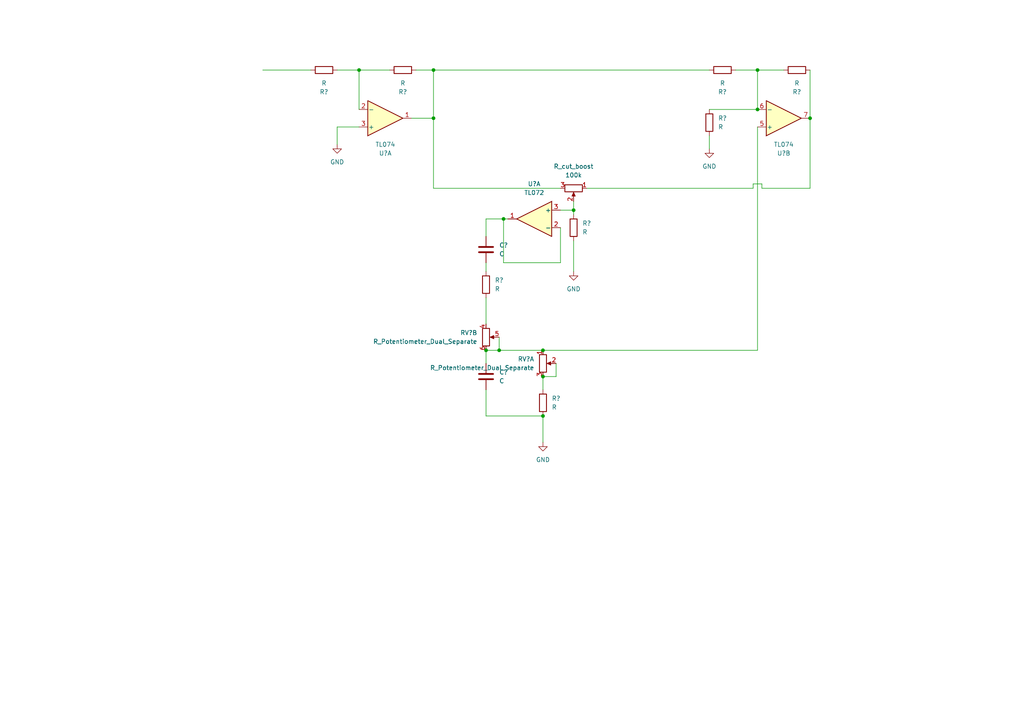
<source format=kicad_sch>
(kicad_sch (version 20211123) (generator eeschema)

  (uuid ccd66cd6-4e2e-41bc-9f91-23f905a1248c)

  (paper "A4")

  (lib_symbols
    (symbol "Amplifier_Operational:TL072" (pin_names (offset 0.127)) (in_bom yes) (on_board yes)
      (property "Reference" "U" (id 0) (at 0 5.08 0)
        (effects (font (size 1.27 1.27)) (justify left))
      )
      (property "Value" "TL072" (id 1) (at 0 -5.08 0)
        (effects (font (size 1.27 1.27)) (justify left))
      )
      (property "Footprint" "" (id 2) (at 0 0 0)
        (effects (font (size 1.27 1.27)) hide)
      )
      (property "Datasheet" "http://www.ti.com/lit/ds/symlink/tl071.pdf" (id 3) (at 0 0 0)
        (effects (font (size 1.27 1.27)) hide)
      )
      (property "ki_locked" "" (id 4) (at 0 0 0)
        (effects (font (size 1.27 1.27)))
      )
      (property "ki_keywords" "dual opamp" (id 5) (at 0 0 0)
        (effects (font (size 1.27 1.27)) hide)
      )
      (property "ki_description" "Dual Low-Noise JFET-Input Operational Amplifiers, DIP-8/SOIC-8" (id 6) (at 0 0 0)
        (effects (font (size 1.27 1.27)) hide)
      )
      (property "ki_fp_filters" "SOIC*3.9x4.9mm*P1.27mm* DIP*W7.62mm* TO*99* OnSemi*Micro8* TSSOP*3x3mm*P0.65mm* TSSOP*4.4x3mm*P0.65mm* MSOP*3x3mm*P0.65mm* SSOP*3.9x4.9mm*P0.635mm* LFCSP*2x2mm*P0.5mm* *SIP* SOIC*5.3x6.2mm*P1.27mm*" (id 7) (at 0 0 0)
        (effects (font (size 1.27 1.27)) hide)
      )
      (symbol "TL072_1_1"
        (polyline
          (pts
            (xy -5.08 5.08)
            (xy 5.08 0)
            (xy -5.08 -5.08)
            (xy -5.08 5.08)
          )
          (stroke (width 0.254) (type default) (color 0 0 0 0))
          (fill (type background))
        )
        (pin output line (at 7.62 0 180) (length 2.54)
          (name "~" (effects (font (size 1.27 1.27))))
          (number "1" (effects (font (size 1.27 1.27))))
        )
        (pin input line (at -7.62 -2.54 0) (length 2.54)
          (name "-" (effects (font (size 1.27 1.27))))
          (number "2" (effects (font (size 1.27 1.27))))
        )
        (pin input line (at -7.62 2.54 0) (length 2.54)
          (name "+" (effects (font (size 1.27 1.27))))
          (number "3" (effects (font (size 1.27 1.27))))
        )
      )
      (symbol "TL072_2_1"
        (polyline
          (pts
            (xy -5.08 5.08)
            (xy 5.08 0)
            (xy -5.08 -5.08)
            (xy -5.08 5.08)
          )
          (stroke (width 0.254) (type default) (color 0 0 0 0))
          (fill (type background))
        )
        (pin input line (at -7.62 2.54 0) (length 2.54)
          (name "+" (effects (font (size 1.27 1.27))))
          (number "5" (effects (font (size 1.27 1.27))))
        )
        (pin input line (at -7.62 -2.54 0) (length 2.54)
          (name "-" (effects (font (size 1.27 1.27))))
          (number "6" (effects (font (size 1.27 1.27))))
        )
        (pin output line (at 7.62 0 180) (length 2.54)
          (name "~" (effects (font (size 1.27 1.27))))
          (number "7" (effects (font (size 1.27 1.27))))
        )
      )
      (symbol "TL072_3_1"
        (pin power_in line (at -2.54 -7.62 90) (length 3.81)
          (name "V-" (effects (font (size 1.27 1.27))))
          (number "4" (effects (font (size 1.27 1.27))))
        )
        (pin power_in line (at -2.54 7.62 270) (length 3.81)
          (name "V+" (effects (font (size 1.27 1.27))))
          (number "8" (effects (font (size 1.27 1.27))))
        )
      )
    )
    (symbol "Amplifier_Operational:TL074" (pin_names (offset 0.127)) (in_bom yes) (on_board yes)
      (property "Reference" "U" (id 0) (at 0 5.08 0)
        (effects (font (size 1.27 1.27)) (justify left))
      )
      (property "Value" "TL074" (id 1) (at 0 -5.08 0)
        (effects (font (size 1.27 1.27)) (justify left))
      )
      (property "Footprint" "" (id 2) (at -1.27 2.54 0)
        (effects (font (size 1.27 1.27)) hide)
      )
      (property "Datasheet" "http://www.ti.com/lit/ds/symlink/tl071.pdf" (id 3) (at 1.27 5.08 0)
        (effects (font (size 1.27 1.27)) hide)
      )
      (property "ki_locked" "" (id 4) (at 0 0 0)
        (effects (font (size 1.27 1.27)))
      )
      (property "ki_keywords" "quad opamp" (id 5) (at 0 0 0)
        (effects (font (size 1.27 1.27)) hide)
      )
      (property "ki_description" "Quad Low-Noise JFET-Input Operational Amplifiers, DIP-14/SOIC-14" (id 6) (at 0 0 0)
        (effects (font (size 1.27 1.27)) hide)
      )
      (property "ki_fp_filters" "SOIC*3.9x8.7mm*P1.27mm* DIP*W7.62mm* TSSOP*4.4x5mm*P0.65mm* SSOP*5.3x6.2mm*P0.65mm* MSOP*3x3mm*P0.5mm*" (id 7) (at 0 0 0)
        (effects (font (size 1.27 1.27)) hide)
      )
      (symbol "TL074_1_1"
        (polyline
          (pts
            (xy -5.08 5.08)
            (xy 5.08 0)
            (xy -5.08 -5.08)
            (xy -5.08 5.08)
          )
          (stroke (width 0.254) (type default) (color 0 0 0 0))
          (fill (type background))
        )
        (pin output line (at 7.62 0 180) (length 2.54)
          (name "~" (effects (font (size 1.27 1.27))))
          (number "1" (effects (font (size 1.27 1.27))))
        )
        (pin input line (at -7.62 -2.54 0) (length 2.54)
          (name "-" (effects (font (size 1.27 1.27))))
          (number "2" (effects (font (size 1.27 1.27))))
        )
        (pin input line (at -7.62 2.54 0) (length 2.54)
          (name "+" (effects (font (size 1.27 1.27))))
          (number "3" (effects (font (size 1.27 1.27))))
        )
      )
      (symbol "TL074_2_1"
        (polyline
          (pts
            (xy -5.08 5.08)
            (xy 5.08 0)
            (xy -5.08 -5.08)
            (xy -5.08 5.08)
          )
          (stroke (width 0.254) (type default) (color 0 0 0 0))
          (fill (type background))
        )
        (pin input line (at -7.62 2.54 0) (length 2.54)
          (name "+" (effects (font (size 1.27 1.27))))
          (number "5" (effects (font (size 1.27 1.27))))
        )
        (pin input line (at -7.62 -2.54 0) (length 2.54)
          (name "-" (effects (font (size 1.27 1.27))))
          (number "6" (effects (font (size 1.27 1.27))))
        )
        (pin output line (at 7.62 0 180) (length 2.54)
          (name "~" (effects (font (size 1.27 1.27))))
          (number "7" (effects (font (size 1.27 1.27))))
        )
      )
      (symbol "TL074_3_1"
        (polyline
          (pts
            (xy -5.08 5.08)
            (xy 5.08 0)
            (xy -5.08 -5.08)
            (xy -5.08 5.08)
          )
          (stroke (width 0.254) (type default) (color 0 0 0 0))
          (fill (type background))
        )
        (pin input line (at -7.62 2.54 0) (length 2.54)
          (name "+" (effects (font (size 1.27 1.27))))
          (number "10" (effects (font (size 1.27 1.27))))
        )
        (pin output line (at 7.62 0 180) (length 2.54)
          (name "~" (effects (font (size 1.27 1.27))))
          (number "8" (effects (font (size 1.27 1.27))))
        )
        (pin input line (at -7.62 -2.54 0) (length 2.54)
          (name "-" (effects (font (size 1.27 1.27))))
          (number "9" (effects (font (size 1.27 1.27))))
        )
      )
      (symbol "TL074_4_1"
        (polyline
          (pts
            (xy -5.08 5.08)
            (xy 5.08 0)
            (xy -5.08 -5.08)
            (xy -5.08 5.08)
          )
          (stroke (width 0.254) (type default) (color 0 0 0 0))
          (fill (type background))
        )
        (pin input line (at -7.62 2.54 0) (length 2.54)
          (name "+" (effects (font (size 1.27 1.27))))
          (number "12" (effects (font (size 1.27 1.27))))
        )
        (pin input line (at -7.62 -2.54 0) (length 2.54)
          (name "-" (effects (font (size 1.27 1.27))))
          (number "13" (effects (font (size 1.27 1.27))))
        )
        (pin output line (at 7.62 0 180) (length 2.54)
          (name "~" (effects (font (size 1.27 1.27))))
          (number "14" (effects (font (size 1.27 1.27))))
        )
      )
      (symbol "TL074_5_1"
        (pin power_in line (at -2.54 -7.62 90) (length 3.81)
          (name "V-" (effects (font (size 1.27 1.27))))
          (number "11" (effects (font (size 1.27 1.27))))
        )
        (pin power_in line (at -2.54 7.62 270) (length 3.81)
          (name "V+" (effects (font (size 1.27 1.27))))
          (number "4" (effects (font (size 1.27 1.27))))
        )
      )
    )
    (symbol "Device:C" (pin_numbers hide) (pin_names (offset 0.254)) (in_bom yes) (on_board yes)
      (property "Reference" "C" (id 0) (at 0.635 2.54 0)
        (effects (font (size 1.27 1.27)) (justify left))
      )
      (property "Value" "C" (id 1) (at 0.635 -2.54 0)
        (effects (font (size 1.27 1.27)) (justify left))
      )
      (property "Footprint" "" (id 2) (at 0.9652 -3.81 0)
        (effects (font (size 1.27 1.27)) hide)
      )
      (property "Datasheet" "~" (id 3) (at 0 0 0)
        (effects (font (size 1.27 1.27)) hide)
      )
      (property "ki_keywords" "cap capacitor" (id 4) (at 0 0 0)
        (effects (font (size 1.27 1.27)) hide)
      )
      (property "ki_description" "Unpolarized capacitor" (id 5) (at 0 0 0)
        (effects (font (size 1.27 1.27)) hide)
      )
      (property "ki_fp_filters" "C_*" (id 6) (at 0 0 0)
        (effects (font (size 1.27 1.27)) hide)
      )
      (symbol "C_0_1"
        (polyline
          (pts
            (xy -2.032 -0.762)
            (xy 2.032 -0.762)
          )
          (stroke (width 0.508) (type default) (color 0 0 0 0))
          (fill (type none))
        )
        (polyline
          (pts
            (xy -2.032 0.762)
            (xy 2.032 0.762)
          )
          (stroke (width 0.508) (type default) (color 0 0 0 0))
          (fill (type none))
        )
      )
      (symbol "C_1_1"
        (pin passive line (at 0 3.81 270) (length 2.794)
          (name "~" (effects (font (size 1.27 1.27))))
          (number "1" (effects (font (size 1.27 1.27))))
        )
        (pin passive line (at 0 -3.81 90) (length 2.794)
          (name "~" (effects (font (size 1.27 1.27))))
          (number "2" (effects (font (size 1.27 1.27))))
        )
      )
    )
    (symbol "Device:R" (pin_numbers hide) (pin_names (offset 0)) (in_bom yes) (on_board yes)
      (property "Reference" "R" (id 0) (at 2.032 0 90)
        (effects (font (size 1.27 1.27)))
      )
      (property "Value" "R" (id 1) (at 0 0 90)
        (effects (font (size 1.27 1.27)))
      )
      (property "Footprint" "" (id 2) (at -1.778 0 90)
        (effects (font (size 1.27 1.27)) hide)
      )
      (property "Datasheet" "~" (id 3) (at 0 0 0)
        (effects (font (size 1.27 1.27)) hide)
      )
      (property "ki_keywords" "R res resistor" (id 4) (at 0 0 0)
        (effects (font (size 1.27 1.27)) hide)
      )
      (property "ki_description" "Resistor" (id 5) (at 0 0 0)
        (effects (font (size 1.27 1.27)) hide)
      )
      (property "ki_fp_filters" "R_*" (id 6) (at 0 0 0)
        (effects (font (size 1.27 1.27)) hide)
      )
      (symbol "R_0_1"
        (rectangle (start -1.016 -2.54) (end 1.016 2.54)
          (stroke (width 0.254) (type default) (color 0 0 0 0))
          (fill (type none))
        )
      )
      (symbol "R_1_1"
        (pin passive line (at 0 3.81 270) (length 1.27)
          (name "~" (effects (font (size 1.27 1.27))))
          (number "1" (effects (font (size 1.27 1.27))))
        )
        (pin passive line (at 0 -3.81 90) (length 1.27)
          (name "~" (effects (font (size 1.27 1.27))))
          (number "2" (effects (font (size 1.27 1.27))))
        )
      )
    )
    (symbol "Device:R_Potentiometer" (pin_names (offset 1.016) hide) (in_bom yes) (on_board yes)
      (property "Reference" "RV" (id 0) (at -4.445 0 90)
        (effects (font (size 1.27 1.27)))
      )
      (property "Value" "R_Potentiometer" (id 1) (at -2.54 0 90)
        (effects (font (size 1.27 1.27)))
      )
      (property "Footprint" "" (id 2) (at 0 0 0)
        (effects (font (size 1.27 1.27)) hide)
      )
      (property "Datasheet" "~" (id 3) (at 0 0 0)
        (effects (font (size 1.27 1.27)) hide)
      )
      (property "ki_keywords" "resistor variable" (id 4) (at 0 0 0)
        (effects (font (size 1.27 1.27)) hide)
      )
      (property "ki_description" "Potentiometer" (id 5) (at 0 0 0)
        (effects (font (size 1.27 1.27)) hide)
      )
      (property "ki_fp_filters" "Potentiometer*" (id 6) (at 0 0 0)
        (effects (font (size 1.27 1.27)) hide)
      )
      (symbol "R_Potentiometer_0_1"
        (polyline
          (pts
            (xy 2.54 0)
            (xy 1.524 0)
          )
          (stroke (width 0) (type default) (color 0 0 0 0))
          (fill (type none))
        )
        (polyline
          (pts
            (xy 1.143 0)
            (xy 2.286 0.508)
            (xy 2.286 -0.508)
            (xy 1.143 0)
          )
          (stroke (width 0) (type default) (color 0 0 0 0))
          (fill (type outline))
        )
        (rectangle (start 1.016 2.54) (end -1.016 -2.54)
          (stroke (width 0.254) (type default) (color 0 0 0 0))
          (fill (type none))
        )
      )
      (symbol "R_Potentiometer_1_1"
        (pin passive line (at 0 3.81 270) (length 1.27)
          (name "1" (effects (font (size 1.27 1.27))))
          (number "1" (effects (font (size 1.27 1.27))))
        )
        (pin passive line (at 3.81 0 180) (length 1.27)
          (name "2" (effects (font (size 1.27 1.27))))
          (number "2" (effects (font (size 1.27 1.27))))
        )
        (pin passive line (at 0 -3.81 90) (length 1.27)
          (name "3" (effects (font (size 1.27 1.27))))
          (number "3" (effects (font (size 1.27 1.27))))
        )
      )
    )
    (symbol "Device:R_Potentiometer_Dual_Separate" (pin_names (offset 1.016) hide) (in_bom yes) (on_board yes)
      (property "Reference" "RV" (id 0) (at -4.445 0 90)
        (effects (font (size 1.27 1.27)))
      )
      (property "Value" "R_Potentiometer_Dual_Separate" (id 1) (at -2.54 0 90)
        (effects (font (size 1.27 1.27)))
      )
      (property "Footprint" "" (id 2) (at 0 0 0)
        (effects (font (size 1.27 1.27)) hide)
      )
      (property "Datasheet" "~" (id 3) (at 0 0 0)
        (effects (font (size 1.27 1.27)) hide)
      )
      (property "ki_keywords" "resistor variable" (id 4) (at 0 0 0)
        (effects (font (size 1.27 1.27)) hide)
      )
      (property "ki_description" "Dual potentiometer, separate units" (id 5) (at 0 0 0)
        (effects (font (size 1.27 1.27)) hide)
      )
      (property "ki_fp_filters" "Potentiometer*" (id 6) (at 0 0 0)
        (effects (font (size 1.27 1.27)) hide)
      )
      (symbol "R_Potentiometer_Dual_Separate_0_1"
        (polyline
          (pts
            (xy 2.54 0)
            (xy 1.524 0)
          )
          (stroke (width 0) (type default) (color 0 0 0 0))
          (fill (type none))
        )
        (polyline
          (pts
            (xy 1.143 0)
            (xy 2.286 0.508)
            (xy 2.286 -0.508)
            (xy 1.143 0)
          )
          (stroke (width 0) (type default) (color 0 0 0 0))
          (fill (type outline))
        )
        (rectangle (start 1.016 2.54) (end -1.016 -2.54)
          (stroke (width 0.254) (type default) (color 0 0 0 0))
          (fill (type none))
        )
      )
      (symbol "R_Potentiometer_Dual_Separate_1_1"
        (pin passive line (at 0 3.81 270) (length 1.27)
          (name "1" (effects (font (size 1.27 1.27))))
          (number "1" (effects (font (size 1.27 1.27))))
        )
        (pin passive line (at 3.81 0 180) (length 1.27)
          (name "2" (effects (font (size 1.27 1.27))))
          (number "2" (effects (font (size 1.27 1.27))))
        )
        (pin passive line (at 0 -3.81 90) (length 1.27)
          (name "3" (effects (font (size 1.27 1.27))))
          (number "3" (effects (font (size 1.27 1.27))))
        )
      )
      (symbol "R_Potentiometer_Dual_Separate_2_1"
        (pin passive line (at 0 3.81 270) (length 1.27)
          (name "4" (effects (font (size 1.27 1.27))))
          (number "4" (effects (font (size 1.27 1.27))))
        )
        (pin passive line (at 3.81 0 180) (length 1.27)
          (name "5" (effects (font (size 1.27 1.27))))
          (number "5" (effects (font (size 1.27 1.27))))
        )
        (pin passive line (at 0 -3.81 90) (length 1.27)
          (name "6" (effects (font (size 1.27 1.27))))
          (number "6" (effects (font (size 1.27 1.27))))
        )
      )
    )
    (symbol "power:GND" (power) (pin_names (offset 0)) (in_bom yes) (on_board yes)
      (property "Reference" "#PWR" (id 0) (at 0 -6.35 0)
        (effects (font (size 1.27 1.27)) hide)
      )
      (property "Value" "GND" (id 1) (at 0 -3.81 0)
        (effects (font (size 1.27 1.27)))
      )
      (property "Footprint" "" (id 2) (at 0 0 0)
        (effects (font (size 1.27 1.27)) hide)
      )
      (property "Datasheet" "" (id 3) (at 0 0 0)
        (effects (font (size 1.27 1.27)) hide)
      )
      (property "ki_keywords" "power-flag" (id 4) (at 0 0 0)
        (effects (font (size 1.27 1.27)) hide)
      )
      (property "ki_description" "Power symbol creates a global label with name \"GND\" , ground" (id 5) (at 0 0 0)
        (effects (font (size 1.27 1.27)) hide)
      )
      (symbol "GND_0_1"
        (polyline
          (pts
            (xy 0 0)
            (xy 0 -1.27)
            (xy 1.27 -1.27)
            (xy 0 -2.54)
            (xy -1.27 -1.27)
            (xy 0 -1.27)
          )
          (stroke (width 0) (type default) (color 0 0 0 0))
          (fill (type none))
        )
      )
      (symbol "GND_1_1"
        (pin power_in line (at 0 0 270) (length 0) hide
          (name "GND" (effects (font (size 1.27 1.27))))
          (number "1" (effects (font (size 1.27 1.27))))
        )
      )
    )
  )

  (junction (at 146.05 63.5) (diameter 0) (color 0 0 0 0)
    (uuid 19dca905-d4d8-4df9-8b54-5f8905b57cb6)
  )
  (junction (at 234.95 34.29) (diameter 0) (color 0 0 0 0)
    (uuid 20a5683c-b91d-43a7-8178-7c6ec0dd4c45)
  )
  (junction (at 157.48 109.22) (diameter 0) (color 0 0 0 0)
    (uuid 39b5792f-85fd-48d9-beb9-209ecd47d87e)
  )
  (junction (at 125.73 34.29) (diameter 0) (color 0 0 0 0)
    (uuid 4377845a-ed40-4262-b2b5-0de152f8e396)
  )
  (junction (at 219.71 31.75) (diameter 0) (color 0 0 0 0)
    (uuid 63e59b5b-8ed4-48a0-a387-231e69d23b8f)
  )
  (junction (at 219.71 20.32) (diameter 0) (color 0 0 0 0)
    (uuid 6c710473-baff-4708-bbe6-d20847686c04)
  )
  (junction (at 125.73 20.32) (diameter 0) (color 0 0 0 0)
    (uuid 787e227b-80c6-4517-865e-a490072e5b42)
  )
  (junction (at 157.48 120.65) (diameter 0) (color 0 0 0 0)
    (uuid a2ff562e-476d-4c46-a5e2-d186431ee504)
  )
  (junction (at 104.14 20.32) (diameter 0) (color 0 0 0 0)
    (uuid ab98d63e-cd2f-4b2a-acc8-1c5c0bb032f0)
  )
  (junction (at 166.37 60.96) (diameter 0) (color 0 0 0 0)
    (uuid b35f93f5-2802-42df-b8b7-3bb35341035b)
  )
  (junction (at 140.97 101.6) (diameter 0) (color 0 0 0 0)
    (uuid bdd82def-4a03-4bfc-9005-b91de971b2da)
  )
  (junction (at 144.78 101.6) (diameter 0) (color 0 0 0 0)
    (uuid e238da6d-c6a7-4004-bac9-89c62ebd943f)
  )
  (junction (at 157.48 101.6) (diameter 0) (color 0 0 0 0)
    (uuid e26e2a30-6f9f-4d82-9522-160d8174d4b5)
  )

  (wire (pts (xy 234.95 34.29) (xy 234.95 20.32))
    (stroke (width 0) (type default) (color 0 0 0 0))
    (uuid 0c9e6ee2-bf9f-4034-99f2-6b9e2d5f1ded)
  )
  (wire (pts (xy 205.74 31.75) (xy 219.71 31.75))
    (stroke (width 0) (type default) (color 0 0 0 0))
    (uuid 0fc476a9-e739-4596-8e3c-08f4fbb58949)
  )
  (wire (pts (xy 144.78 97.79) (xy 144.78 101.6))
    (stroke (width 0) (type default) (color 0 0 0 0))
    (uuid 126930bc-6820-43a9-93c3-6d98260d9712)
  )
  (wire (pts (xy 104.14 20.32) (xy 113.03 20.32))
    (stroke (width 0) (type default) (color 0 0 0 0))
    (uuid 12b26587-e9a2-4920-809b-f0d5cd8e74b5)
  )
  (wire (pts (xy 162.56 66.04) (xy 162.56 76.2))
    (stroke (width 0) (type default) (color 0 0 0 0))
    (uuid 15ed6c24-c86b-41d0-85d8-b57760561b7b)
  )
  (wire (pts (xy 213.36 20.32) (xy 219.71 20.32))
    (stroke (width 0) (type default) (color 0 0 0 0))
    (uuid 1627d027-9f33-4853-8db8-8609c6e68647)
  )
  (wire (pts (xy 140.97 63.5) (xy 146.05 63.5))
    (stroke (width 0) (type default) (color 0 0 0 0))
    (uuid 1e17fb21-a5d7-47fc-ae07-ea435875f70f)
  )
  (wire (pts (xy 146.05 63.5) (xy 146.05 76.2))
    (stroke (width 0) (type default) (color 0 0 0 0))
    (uuid 27c6542f-9691-4363-8530-ecb9332a0e6c)
  )
  (wire (pts (xy 97.79 41.91) (xy 97.79 36.83))
    (stroke (width 0) (type default) (color 0 0 0 0))
    (uuid 27f919ca-8c04-45b4-bb45-68c323aa1ec3)
  )
  (wire (pts (xy 125.73 54.61) (xy 125.73 34.29))
    (stroke (width 0) (type default) (color 0 0 0 0))
    (uuid 2ac7b5fc-054f-418b-97bf-47e5b8fd87d3)
  )
  (wire (pts (xy 125.73 20.32) (xy 120.65 20.32))
    (stroke (width 0) (type default) (color 0 0 0 0))
    (uuid 2cfee27c-87cc-4548-bb54-de5a50623d86)
  )
  (wire (pts (xy 162.56 60.96) (xy 166.37 60.96))
    (stroke (width 0) (type default) (color 0 0 0 0))
    (uuid 2e0d0059-7d8a-45e8-80da-849a5896a4a6)
  )
  (wire (pts (xy 140.97 101.6) (xy 144.78 101.6))
    (stroke (width 0) (type default) (color 0 0 0 0))
    (uuid 3a95d7a2-b2c5-4db3-bdf2-861533da5acf)
  )
  (wire (pts (xy 146.05 63.5) (xy 147.32 63.5))
    (stroke (width 0) (type default) (color 0 0 0 0))
    (uuid 41d8b205-f87f-4076-bd5b-06fab1a3f1f4)
  )
  (wire (pts (xy 97.79 20.32) (xy 104.14 20.32))
    (stroke (width 0) (type default) (color 0 0 0 0))
    (uuid 48bbbddc-7588-49d3-b3df-89c3d7dc1bd9)
  )
  (wire (pts (xy 219.71 36.83) (xy 219.71 101.6))
    (stroke (width 0) (type default) (color 0 0 0 0))
    (uuid 4c09c8a3-02f7-4924-b96c-c09de97debb6)
  )
  (wire (pts (xy 161.29 105.41) (xy 161.29 109.22))
    (stroke (width 0) (type default) (color 0 0 0 0))
    (uuid 4d876bc2-333c-4a27-8e4f-9b2d739fe81d)
  )
  (wire (pts (xy 166.37 60.96) (xy 166.37 62.23))
    (stroke (width 0) (type default) (color 0 0 0 0))
    (uuid 5d77ec86-e8f8-46d5-82d0-ed7223a38acd)
  )
  (wire (pts (xy 234.95 34.29) (xy 234.95 54.61))
    (stroke (width 0) (type default) (color 0 0 0 0))
    (uuid 6c69f108-770a-45e6-9798-0f94a8648bb1)
  )
  (wire (pts (xy 144.78 101.6) (xy 157.48 101.6))
    (stroke (width 0) (type default) (color 0 0 0 0))
    (uuid 6daa4bd2-fc28-46e0-a06d-5c5d03d282ae)
  )
  (wire (pts (xy 220.98 54.61) (xy 234.95 54.61))
    (stroke (width 0) (type default) (color 0 0 0 0))
    (uuid 6e0cf7de-0283-4360-9830-8051d283636b)
  )
  (wire (pts (xy 146.05 76.2) (xy 162.56 76.2))
    (stroke (width 0) (type default) (color 0 0 0 0))
    (uuid 762616fb-a179-473d-996c-1fcb6d090f2d)
  )
  (wire (pts (xy 104.14 31.75) (xy 104.14 20.32))
    (stroke (width 0) (type default) (color 0 0 0 0))
    (uuid 7660c302-1b7d-4429-b883-ecc04ee18c02)
  )
  (wire (pts (xy 140.97 76.2) (xy 140.97 78.74))
    (stroke (width 0) (type default) (color 0 0 0 0))
    (uuid 7a5ed92d-d444-40d4-b74e-b30dc942655b)
  )
  (wire (pts (xy 166.37 69.85) (xy 166.37 78.74))
    (stroke (width 0) (type default) (color 0 0 0 0))
    (uuid 7a90d6c3-31fb-483f-9f70-7c908fba0c03)
  )
  (wire (pts (xy 140.97 86.36) (xy 140.97 93.98))
    (stroke (width 0) (type default) (color 0 0 0 0))
    (uuid 7ac2ebce-9f93-4580-8721-692c8904df1c)
  )
  (wire (pts (xy 205.74 39.37) (xy 205.74 43.18))
    (stroke (width 0) (type default) (color 0 0 0 0))
    (uuid 7fa282e7-5ba2-4e62-9b80-ca35ca758b73)
  )
  (wire (pts (xy 170.18 54.61) (xy 218.44 54.61))
    (stroke (width 0) (type default) (color 0 0 0 0))
    (uuid 80e94f71-e7c0-4760-8478-131dccfd26ac)
  )
  (wire (pts (xy 157.48 109.22) (xy 161.29 109.22))
    (stroke (width 0) (type default) (color 0 0 0 0))
    (uuid 85c53b0b-1abd-49f5-ac57-c6731593aa50)
  )
  (wire (pts (xy 76.2 20.32) (xy 90.17 20.32))
    (stroke (width 0) (type default) (color 0 0 0 0))
    (uuid 85f6eb6a-d42e-4fa2-85ad-cbfd4ff0685d)
  )
  (wire (pts (xy 140.97 68.58) (xy 140.97 63.5))
    (stroke (width 0) (type default) (color 0 0 0 0))
    (uuid 988a220b-56d6-4666-a918-41a623077f41)
  )
  (wire (pts (xy 218.44 54.61) (xy 218.44 53.34))
    (stroke (width 0) (type default) (color 0 0 0 0))
    (uuid 9cf0ea57-d9d8-44db-8e65-272948ebfc5d)
  )
  (wire (pts (xy 97.79 36.83) (xy 104.14 36.83))
    (stroke (width 0) (type default) (color 0 0 0 0))
    (uuid a0099297-cef1-476e-94aa-41e5c85e5394)
  )
  (wire (pts (xy 162.56 54.61) (xy 125.73 54.61))
    (stroke (width 0) (type default) (color 0 0 0 0))
    (uuid a0d581ff-4d26-4241-bb17-35dc05266ff6)
  )
  (wire (pts (xy 166.37 58.42) (xy 166.37 60.96))
    (stroke (width 0) (type default) (color 0 0 0 0))
    (uuid ad6a57a7-be41-4caf-af8e-cc9cad2aa956)
  )
  (wire (pts (xy 140.97 101.6) (xy 140.97 105.41))
    (stroke (width 0) (type default) (color 0 0 0 0))
    (uuid b15bcb40-4b45-452a-8ab1-0cebb4a7374b)
  )
  (wire (pts (xy 157.48 101.6) (xy 219.71 101.6))
    (stroke (width 0) (type default) (color 0 0 0 0))
    (uuid b61c8b04-3442-47fd-a4eb-cbbc91097bf2)
  )
  (wire (pts (xy 140.97 113.03) (xy 140.97 120.65))
    (stroke (width 0) (type default) (color 0 0 0 0))
    (uuid bec83ba0-bad7-4ad0-8ae4-4c23a91f9f69)
  )
  (wire (pts (xy 140.97 120.65) (xy 157.48 120.65))
    (stroke (width 0) (type default) (color 0 0 0 0))
    (uuid bf7f01d4-cbaa-47e1-a19e-919f805fe069)
  )
  (wire (pts (xy 119.38 34.29) (xy 125.73 34.29))
    (stroke (width 0) (type default) (color 0 0 0 0))
    (uuid c1aa5f2b-37f4-487f-a122-b1371dd3c0b1)
  )
  (wire (pts (xy 219.71 20.32) (xy 227.33 20.32))
    (stroke (width 0) (type default) (color 0 0 0 0))
    (uuid c7a4f42b-58bf-4959-bfa1-f65376d9f598)
  )
  (wire (pts (xy 219.71 31.75) (xy 219.71 20.32))
    (stroke (width 0) (type default) (color 0 0 0 0))
    (uuid d08f2e0a-98d1-4ef6-85a4-22ba298f1c06)
  )
  (wire (pts (xy 157.48 120.65) (xy 157.48 128.27))
    (stroke (width 0) (type default) (color 0 0 0 0))
    (uuid d4cf4e00-2980-4178-8046-13e0391e54e0)
  )
  (wire (pts (xy 157.48 109.22) (xy 157.48 113.03))
    (stroke (width 0) (type default) (color 0 0 0 0))
    (uuid e3ec2abd-af32-4069-bf74-6f5ad5f9d867)
  )
  (wire (pts (xy 125.73 20.32) (xy 125.73 34.29))
    (stroke (width 0) (type default) (color 0 0 0 0))
    (uuid e4abde19-4819-4cbb-9b03-08364beae079)
  )
  (wire (pts (xy 220.98 53.34) (xy 220.98 54.61))
    (stroke (width 0) (type default) (color 0 0 0 0))
    (uuid e5910b17-79eb-441e-8c83-0fadb228d6b5)
  )
  (wire (pts (xy 125.73 20.32) (xy 205.74 20.32))
    (stroke (width 0) (type default) (color 0 0 0 0))
    (uuid f6e567fa-ddca-4131-81e3-a059dcfda4d5)
  )
  (wire (pts (xy 218.44 53.34) (xy 220.98 53.34))
    (stroke (width 0) (type default) (color 0 0 0 0))
    (uuid fa6711f5-0c93-40df-8a55-b58f2842d962)
  )

  (symbol (lib_id "Amplifier_Operational:TL074") (at 227.33 34.29 0) (mirror x) (unit 2)
    (in_bom yes) (on_board yes) (fields_autoplaced)
    (uuid 07ce70f9-96e5-41f3-b850-521752162597)
    (property "Reference" "U?" (id 0) (at 227.33 44.45 0))
    (property "Value" "TL074" (id 1) (at 227.33 41.91 0))
    (property "Footprint" "" (id 2) (at 226.06 36.83 0)
      (effects (font (size 1.27 1.27)) hide)
    )
    (property "Datasheet" "http://www.ti.com/lit/ds/symlink/tl071.pdf" (id 3) (at 228.6 39.37 0)
      (effects (font (size 1.27 1.27)) hide)
    )
    (pin "1" (uuid 5c3e6899-9b84-4373-aa7a-83d3c6f5f155))
    (pin "2" (uuid 5f10070c-1f22-4cde-8c71-05ffcb0e527b))
    (pin "3" (uuid 06bcb394-54f2-4229-a480-32d24338e923))
    (pin "5" (uuid 3da735e1-978b-4af1-8062-507ba47bb3e1))
    (pin "6" (uuid f9dc0c3b-3a2a-46cb-b95c-bda376281f10))
    (pin "7" (uuid 1a0d3b47-3806-4f54-ad24-32a2539aba50))
    (pin "10" (uuid 81a64714-4fe3-4edf-89b7-b1a1ca7506e1))
    (pin "8" (uuid 34ea4275-2b20-46d6-8037-db2f1b1a972e))
    (pin "9" (uuid 22983590-485a-4496-957f-74b26eff0df5))
    (pin "12" (uuid 05b3802d-9e4d-4971-a754-618797670bf6))
    (pin "13" (uuid 3d4b3fb3-1926-4268-8d24-883ac77dea89))
    (pin "14" (uuid 5c73189c-dee6-4bb0-a85b-f9468380b216))
    (pin "11" (uuid 37b8322c-d1fd-43f7-8d37-d3df97238096))
    (pin "4" (uuid 8e7dce4d-637d-4618-9c56-22bea2ae8092))
  )

  (symbol (lib_id "Device:C") (at 140.97 72.39 0) (unit 1)
    (in_bom yes) (on_board yes) (fields_autoplaced)
    (uuid 0a9014dc-3acc-4da0-8c7d-bf186bd48df7)
    (property "Reference" "C?" (id 0) (at 144.78 71.1199 0)
      (effects (font (size 1.27 1.27)) (justify left))
    )
    (property "Value" "C" (id 1) (at 144.78 73.6599 0)
      (effects (font (size 1.27 1.27)) (justify left))
    )
    (property "Footprint" "" (id 2) (at 141.9352 76.2 0)
      (effects (font (size 1.27 1.27)) hide)
    )
    (property "Datasheet" "~" (id 3) (at 140.97 72.39 0)
      (effects (font (size 1.27 1.27)) hide)
    )
    (pin "1" (uuid b1f057a4-bcc5-450c-b342-f956e74bdb9a))
    (pin "2" (uuid e65b497d-9b87-4f57-97e5-a013749873ab))
  )

  (symbol (lib_id "Device:R_Potentiometer_Dual_Separate") (at 157.48 105.41 0) (unit 1)
    (in_bom yes) (on_board yes) (fields_autoplaced)
    (uuid 0dc519bb-38e3-4fb9-ab4a-a5c1cec95f70)
    (property "Reference" "RV?" (id 0) (at 154.94 104.1399 0)
      (effects (font (size 1.27 1.27)) (justify right))
    )
    (property "Value" "R_Potentiometer_Dual_Separate" (id 1) (at 154.94 106.6799 0)
      (effects (font (size 1.27 1.27)) (justify right))
    )
    (property "Footprint" "" (id 2) (at 157.48 105.41 0)
      (effects (font (size 1.27 1.27)) hide)
    )
    (property "Datasheet" "~" (id 3) (at 157.48 105.41 0)
      (effects (font (size 1.27 1.27)) hide)
    )
    (pin "1" (uuid e89b031b-a7cc-4989-b832-21841096839e))
    (pin "2" (uuid a95890a7-9543-427c-b189-cdbe622b1593))
    (pin "3" (uuid 83b49f7e-7ec5-4e84-bca5-e9e98bd33e0f))
    (pin "4" (uuid 79f91056-12b6-4d8a-a9bc-c37457cae799))
    (pin "5" (uuid 74aaf35e-61cb-49d6-a6f0-7bf7f18f4ede))
    (pin "6" (uuid ca51e826-f14d-44f0-af72-c0ddb8a85d82))
  )

  (symbol (lib_id "Device:R") (at 166.37 66.04 180) (unit 1)
    (in_bom yes) (on_board yes) (fields_autoplaced)
    (uuid 14602dd8-19d3-44d8-be1b-79db443aae64)
    (property "Reference" "R?" (id 0) (at 168.91 64.7699 0)
      (effects (font (size 1.27 1.27)) (justify right))
    )
    (property "Value" "R" (id 1) (at 168.91 67.3099 0)
      (effects (font (size 1.27 1.27)) (justify right))
    )
    (property "Footprint" "" (id 2) (at 168.148 66.04 90)
      (effects (font (size 1.27 1.27)) hide)
    )
    (property "Datasheet" "~" (id 3) (at 166.37 66.04 0)
      (effects (font (size 1.27 1.27)) hide)
    )
    (pin "1" (uuid f1ad2a90-06bd-41e1-8464-3806559e96fd))
    (pin "2" (uuid 5d091ea0-b5f3-47e1-aea3-1d11ab2d7d2a))
  )

  (symbol (lib_id "Device:R") (at 157.48 116.84 0) (unit 1)
    (in_bom yes) (on_board yes) (fields_autoplaced)
    (uuid 244633a3-55f4-40c9-a4fb-377f50918050)
    (property "Reference" "R?" (id 0) (at 160.02 115.5699 0)
      (effects (font (size 1.27 1.27)) (justify left))
    )
    (property "Value" "R" (id 1) (at 160.02 118.1099 0)
      (effects (font (size 1.27 1.27)) (justify left))
    )
    (property "Footprint" "" (id 2) (at 155.702 116.84 90)
      (effects (font (size 1.27 1.27)) hide)
    )
    (property "Datasheet" "~" (id 3) (at 157.48 116.84 0)
      (effects (font (size 1.27 1.27)) hide)
    )
    (pin "1" (uuid f5467f98-701a-42eb-8c0b-810d2dec36b2))
    (pin "2" (uuid 8de7b517-2080-46e7-a6d2-48879aebcfc3))
  )

  (symbol (lib_id "Device:R") (at 205.74 35.56 0) (unit 1)
    (in_bom yes) (on_board yes) (fields_autoplaced)
    (uuid 3827a6ff-21a6-4390-b7de-b3a5d6c22877)
    (property "Reference" "R?" (id 0) (at 208.28 34.2899 0)
      (effects (font (size 1.27 1.27)) (justify left))
    )
    (property "Value" "R" (id 1) (at 208.28 36.8299 0)
      (effects (font (size 1.27 1.27)) (justify left))
    )
    (property "Footprint" "" (id 2) (at 203.962 35.56 90)
      (effects (font (size 1.27 1.27)) hide)
    )
    (property "Datasheet" "~" (id 3) (at 205.74 35.56 0)
      (effects (font (size 1.27 1.27)) hide)
    )
    (pin "1" (uuid 7e2b59ec-ac08-4b7f-a6c4-68df3332081c))
    (pin "2" (uuid bb6e75c9-ef89-4e7a-bdc5-b78aa985d951))
  )

  (symbol (lib_id "Device:R") (at 116.84 20.32 90) (mirror x) (unit 1)
    (in_bom yes) (on_board yes) (fields_autoplaced)
    (uuid 5140847a-92ea-4083-b5a7-c85023336583)
    (property "Reference" "R?" (id 0) (at 116.84 26.67 90))
    (property "Value" "R" (id 1) (at 116.84 24.13 90))
    (property "Footprint" "" (id 2) (at 116.84 18.542 90)
      (effects (font (size 1.27 1.27)) hide)
    )
    (property "Datasheet" "~" (id 3) (at 116.84 20.32 0)
      (effects (font (size 1.27 1.27)) hide)
    )
    (pin "1" (uuid a18cbe79-436f-4a5e-bdee-def18da8c551))
    (pin "2" (uuid 4ded4420-7df3-4a1b-b88a-5cbd377a6da6))
  )

  (symbol (lib_id "Amplifier_Operational:TL074") (at 111.76 34.29 0) (mirror x) (unit 1)
    (in_bom yes) (on_board yes) (fields_autoplaced)
    (uuid 6d38a0b3-7551-432f-8ba0-6357b109b26d)
    (property "Reference" "U?" (id 0) (at 111.76 44.45 0))
    (property "Value" "TL074" (id 1) (at 111.76 41.91 0))
    (property "Footprint" "" (id 2) (at 110.49 36.83 0)
      (effects (font (size 1.27 1.27)) hide)
    )
    (property "Datasheet" "http://www.ti.com/lit/ds/symlink/tl071.pdf" (id 3) (at 113.03 39.37 0)
      (effects (font (size 1.27 1.27)) hide)
    )
    (pin "1" (uuid b1e24897-9f0e-449f-bf7c-b0299073d4a0))
    (pin "2" (uuid c5add667-5a32-4327-951b-2edd5f9dac30))
    (pin "3" (uuid 5c78de6b-a7fc-4b5f-87d8-bc8685705181))
    (pin "5" (uuid 05c36ecc-ee50-42fd-99a3-87a3db0cc1bd))
    (pin "6" (uuid 7dd6a1c1-1d0a-4926-9a0d-22beb052f8a7))
    (pin "7" (uuid 7f392402-4f6d-4e2e-8a73-4eed8e306e99))
    (pin "10" (uuid 2b9af3e8-28db-4487-baa0-d17d986bcdc3))
    (pin "8" (uuid 0874412b-7890-4780-9d58-d6ed7620bfc3))
    (pin "9" (uuid d4e10557-5bee-4d6f-94f4-770e042056ae))
    (pin "12" (uuid c1dd77b1-31bf-4cbf-8334-9933b8e4189f))
    (pin "13" (uuid fcac838a-c42d-4fde-bd0d-e3122ff21eff))
    (pin "14" (uuid f0f3d850-b705-4dab-b0b1-8355b39641a1))
    (pin "11" (uuid 3856e952-ee3e-4b0e-a38d-e6b328837a22))
    (pin "4" (uuid 1ba6f831-708d-415b-9620-9ce0a79e7606))
  )

  (symbol (lib_id "Amplifier_Operational:TL072") (at 154.94 63.5 0) (mirror y) (unit 1)
    (in_bom yes) (on_board yes) (fields_autoplaced)
    (uuid 82c80179-cf57-45e1-be03-ef2616bccdf4)
    (property "Reference" "U?" (id 0) (at 154.94 53.34 0))
    (property "Value" "TL072" (id 1) (at 154.94 55.88 0))
    (property "Footprint" "" (id 2) (at 154.94 63.5 0)
      (effects (font (size 1.27 1.27)) hide)
    )
    (property "Datasheet" "http://www.ti.com/lit/ds/symlink/tl071.pdf" (id 3) (at 154.94 63.5 0)
      (effects (font (size 1.27 1.27)) hide)
    )
    (pin "1" (uuid 44761013-b2a5-48bb-809c-79d7bcdc953b))
    (pin "2" (uuid c41848ec-c828-4d1e-a0fa-301e5fc46fbc))
    (pin "3" (uuid 5bf855ef-b8c4-482c-9ac9-09c18f3cb5d2))
    (pin "5" (uuid 0898802c-b281-4985-8c63-304e7a18272c))
    (pin "6" (uuid eb9a5729-2ebe-44fa-9260-a5aa41303c76))
    (pin "7" (uuid 924fb652-3043-4eaf-bc3c-972256bb0803))
    (pin "4" (uuid eb599416-d199-4109-baa0-bd6d2959664e))
    (pin "8" (uuid 9f503280-a30c-42b0-95b8-fd3c892bb571))
  )

  (symbol (lib_id "power:GND") (at 205.74 43.18 0) (unit 1)
    (in_bom yes) (on_board yes) (fields_autoplaced)
    (uuid 87ed57de-0562-41e5-a96e-aaa984452306)
    (property "Reference" "#PWR?" (id 0) (at 205.74 49.53 0)
      (effects (font (size 1.27 1.27)) hide)
    )
    (property "Value" "GND" (id 1) (at 205.74 48.26 0))
    (property "Footprint" "" (id 2) (at 205.74 43.18 0)
      (effects (font (size 1.27 1.27)) hide)
    )
    (property "Datasheet" "" (id 3) (at 205.74 43.18 0)
      (effects (font (size 1.27 1.27)) hide)
    )
    (pin "1" (uuid 35155fbf-768f-45eb-9a5b-96e35c571700))
  )

  (symbol (lib_id "Device:R_Potentiometer") (at 166.37 54.61 270) (unit 1)
    (in_bom yes) (on_board yes) (fields_autoplaced)
    (uuid 903d2f32-b868-4a7f-9ff5-b41e716b9f8e)
    (property "Reference" "R_cut_boost" (id 0) (at 166.37 48.26 90))
    (property "Value" "100k" (id 1) (at 166.37 50.8 90))
    (property "Footprint" "" (id 2) (at 166.37 54.61 0)
      (effects (font (size 1.27 1.27)) hide)
    )
    (property "Datasheet" "~" (id 3) (at 166.37 54.61 0)
      (effects (font (size 1.27 1.27)) hide)
    )
    (pin "1" (uuid 2a5c94dd-2864-42f2-88fa-219010929dda))
    (pin "2" (uuid c94337ae-0fa4-4731-b003-0f537e9467c3))
    (pin "3" (uuid 82863788-8c59-4a80-8b0d-44b0f9510066))
  )

  (symbol (lib_id "Device:R_Potentiometer_Dual_Separate") (at 140.97 97.79 0) (unit 2)
    (in_bom yes) (on_board yes) (fields_autoplaced)
    (uuid a877c330-a6fa-41c3-b5da-0fd1bd06c440)
    (property "Reference" "RV?" (id 0) (at 138.43 96.5199 0)
      (effects (font (size 1.27 1.27)) (justify right))
    )
    (property "Value" "R_Potentiometer_Dual_Separate" (id 1) (at 138.43 99.0599 0)
      (effects (font (size 1.27 1.27)) (justify right))
    )
    (property "Footprint" "" (id 2) (at 140.97 97.79 0)
      (effects (font (size 1.27 1.27)) hide)
    )
    (property "Datasheet" "~" (id 3) (at 140.97 97.79 0)
      (effects (font (size 1.27 1.27)) hide)
    )
    (pin "1" (uuid cefae3be-b6a1-45b2-8a48-634a7218495d))
    (pin "2" (uuid 6d113da0-48d4-4157-8b4f-41443463813b))
    (pin "3" (uuid dd8d530d-35eb-4af7-b9d5-e2d413b7dcc9))
    (pin "4" (uuid 7bd352f5-ce0b-430e-8a4f-c3ad6f844115))
    (pin "5" (uuid ecc36e53-0634-489d-b023-dd0c870da41f))
    (pin "6" (uuid 72104dd0-0885-45d2-a2d7-531a8657e185))
  )

  (symbol (lib_id "Device:R") (at 231.14 20.32 270) (mirror x) (unit 1)
    (in_bom yes) (on_board yes) (fields_autoplaced)
    (uuid ae239164-576b-4f77-9b46-13c2ef56a834)
    (property "Reference" "R?" (id 0) (at 231.14 26.67 90))
    (property "Value" "R" (id 1) (at 231.14 24.13 90))
    (property "Footprint" "" (id 2) (at 231.14 22.098 90)
      (effects (font (size 1.27 1.27)) hide)
    )
    (property "Datasheet" "~" (id 3) (at 231.14 20.32 0)
      (effects (font (size 1.27 1.27)) hide)
    )
    (pin "1" (uuid 876ed716-8a66-4d55-87ee-f7ef9001cb1d))
    (pin "2" (uuid 878a24da-a8f7-4e4b-8ba1-a709c476f1eb))
  )

  (symbol (lib_id "Device:R") (at 140.97 82.55 0) (unit 1)
    (in_bom yes) (on_board yes) (fields_autoplaced)
    (uuid b00418d6-77cd-4abd-b9f6-2c8a29f81372)
    (property "Reference" "R?" (id 0) (at 143.51 81.2799 0)
      (effects (font (size 1.27 1.27)) (justify left))
    )
    (property "Value" "R" (id 1) (at 143.51 83.8199 0)
      (effects (font (size 1.27 1.27)) (justify left))
    )
    (property "Footprint" "" (id 2) (at 139.192 82.55 90)
      (effects (font (size 1.27 1.27)) hide)
    )
    (property "Datasheet" "~" (id 3) (at 140.97 82.55 0)
      (effects (font (size 1.27 1.27)) hide)
    )
    (pin "1" (uuid f62810f1-3e17-44f9-801a-a0b729e91c1e))
    (pin "2" (uuid e1c2d3c2-c4bc-4883-ab92-64e12e1b9c58))
  )

  (symbol (lib_id "Device:R") (at 93.98 20.32 90) (mirror x) (unit 1)
    (in_bom yes) (on_board yes) (fields_autoplaced)
    (uuid b44462e2-788e-4078-a2a7-deae5c99f1b9)
    (property "Reference" "R?" (id 0) (at 93.98 26.67 90))
    (property "Value" "R" (id 1) (at 93.98 24.13 90))
    (property "Footprint" "" (id 2) (at 93.98 18.542 90)
      (effects (font (size 1.27 1.27)) hide)
    )
    (property "Datasheet" "~" (id 3) (at 93.98 20.32 0)
      (effects (font (size 1.27 1.27)) hide)
    )
    (pin "1" (uuid 4d7436d1-dcc3-465f-b6a3-3aef5c2e507f))
    (pin "2" (uuid 73c9311d-a295-46cc-a4f0-3472ed4f5fe2))
  )

  (symbol (lib_id "power:GND") (at 157.48 128.27 0) (unit 1)
    (in_bom yes) (on_board yes) (fields_autoplaced)
    (uuid be4a664c-ca1d-4eee-94a0-75eeba59c011)
    (property "Reference" "#PWR?" (id 0) (at 157.48 134.62 0)
      (effects (font (size 1.27 1.27)) hide)
    )
    (property "Value" "GND" (id 1) (at 157.48 133.35 0))
    (property "Footprint" "" (id 2) (at 157.48 128.27 0)
      (effects (font (size 1.27 1.27)) hide)
    )
    (property "Datasheet" "" (id 3) (at 157.48 128.27 0)
      (effects (font (size 1.27 1.27)) hide)
    )
    (pin "1" (uuid fc2c9517-675d-4073-9931-c19f3cd292e7))
  )

  (symbol (lib_id "power:GND") (at 166.37 78.74 0) (unit 1)
    (in_bom yes) (on_board yes) (fields_autoplaced)
    (uuid c4decabd-8c9f-4349-9c16-ca60ec7ce18a)
    (property "Reference" "#PWR?" (id 0) (at 166.37 85.09 0)
      (effects (font (size 1.27 1.27)) hide)
    )
    (property "Value" "GND" (id 1) (at 166.37 83.82 0))
    (property "Footprint" "" (id 2) (at 166.37 78.74 0)
      (effects (font (size 1.27 1.27)) hide)
    )
    (property "Datasheet" "" (id 3) (at 166.37 78.74 0)
      (effects (font (size 1.27 1.27)) hide)
    )
    (pin "1" (uuid 05028163-d550-4823-8b7e-b2ee55f5471d))
  )

  (symbol (lib_id "Device:R") (at 209.55 20.32 270) (mirror x) (unit 1)
    (in_bom yes) (on_board yes) (fields_autoplaced)
    (uuid d9ce0386-1070-4160-ad5f-01d3342f11ad)
    (property "Reference" "R?" (id 0) (at 209.55 26.67 90))
    (property "Value" "R" (id 1) (at 209.55 24.13 90))
    (property "Footprint" "" (id 2) (at 209.55 22.098 90)
      (effects (font (size 1.27 1.27)) hide)
    )
    (property "Datasheet" "~" (id 3) (at 209.55 20.32 0)
      (effects (font (size 1.27 1.27)) hide)
    )
    (pin "1" (uuid 109cb7c4-597c-4803-911f-c586db7ad194))
    (pin "2" (uuid 007ee608-f13b-4e53-b39d-0049117fb8c1))
  )

  (symbol (lib_id "Device:C") (at 140.97 109.22 0) (unit 1)
    (in_bom yes) (on_board yes) (fields_autoplaced)
    (uuid e316e24e-84fd-4d7a-8d81-36e200c3d7f7)
    (property "Reference" "C?" (id 0) (at 144.78 107.9499 0)
      (effects (font (size 1.27 1.27)) (justify left))
    )
    (property "Value" "C" (id 1) (at 144.78 110.4899 0)
      (effects (font (size 1.27 1.27)) (justify left))
    )
    (property "Footprint" "" (id 2) (at 141.9352 113.03 0)
      (effects (font (size 1.27 1.27)) hide)
    )
    (property "Datasheet" "~" (id 3) (at 140.97 109.22 0)
      (effects (font (size 1.27 1.27)) hide)
    )
    (pin "1" (uuid 06608e9a-ebad-49d2-85e9-820a5625c9f2))
    (pin "2" (uuid d257c081-f1cb-4a3e-840f-228d2cd36e5d))
  )

  (symbol (lib_id "power:GND") (at 97.79 41.91 0) (unit 1)
    (in_bom yes) (on_board yes) (fields_autoplaced)
    (uuid f6908324-dd33-4d14-b0a4-97bc6b043606)
    (property "Reference" "#PWR?" (id 0) (at 97.79 48.26 0)
      (effects (font (size 1.27 1.27)) hide)
    )
    (property "Value" "GND" (id 1) (at 97.79 46.99 0))
    (property "Footprint" "" (id 2) (at 97.79 41.91 0)
      (effects (font (size 1.27 1.27)) hide)
    )
    (property "Datasheet" "" (id 3) (at 97.79 41.91 0)
      (effects (font (size 1.27 1.27)) hide)
    )
    (pin "1" (uuid f2d37a0e-09cf-4935-85bd-278f0eef79a1))
  )

  (sheet_instances
    (path "/" (page "1"))
  )

  (symbol_instances
    (path "/87ed57de-0562-41e5-a96e-aaa984452306"
      (reference "#PWR?") (unit 1) (value "GND") (footprint "")
    )
    (path "/be4a664c-ca1d-4eee-94a0-75eeba59c011"
      (reference "#PWR?") (unit 1) (value "GND") (footprint "")
    )
    (path "/c4decabd-8c9f-4349-9c16-ca60ec7ce18a"
      (reference "#PWR?") (unit 1) (value "GND") (footprint "")
    )
    (path "/f6908324-dd33-4d14-b0a4-97bc6b043606"
      (reference "#PWR?") (unit 1) (value "GND") (footprint "")
    )
    (path "/0a9014dc-3acc-4da0-8c7d-bf186bd48df7"
      (reference "C?") (unit 1) (value "C") (footprint "")
    )
    (path "/e316e24e-84fd-4d7a-8d81-36e200c3d7f7"
      (reference "C?") (unit 1) (value "C") (footprint "")
    )
    (path "/14602dd8-19d3-44d8-be1b-79db443aae64"
      (reference "R?") (unit 1) (value "R") (footprint "")
    )
    (path "/244633a3-55f4-40c9-a4fb-377f50918050"
      (reference "R?") (unit 1) (value "R") (footprint "")
    )
    (path "/3827a6ff-21a6-4390-b7de-b3a5d6c22877"
      (reference "R?") (unit 1) (value "R") (footprint "")
    )
    (path "/5140847a-92ea-4083-b5a7-c85023336583"
      (reference "R?") (unit 1) (value "R") (footprint "")
    )
    (path "/ae239164-576b-4f77-9b46-13c2ef56a834"
      (reference "R?") (unit 1) (value "R") (footprint "")
    )
    (path "/b00418d6-77cd-4abd-b9f6-2c8a29f81372"
      (reference "R?") (unit 1) (value "R") (footprint "")
    )
    (path "/b44462e2-788e-4078-a2a7-deae5c99f1b9"
      (reference "R?") (unit 1) (value "R") (footprint "")
    )
    (path "/d9ce0386-1070-4160-ad5f-01d3342f11ad"
      (reference "R?") (unit 1) (value "R") (footprint "")
    )
    (path "/0dc519bb-38e3-4fb9-ab4a-a5c1cec95f70"
      (reference "RV?") (unit 1) (value "R_Potentiometer_Dual_Separate") (footprint "")
    )
    (path "/a877c330-a6fa-41c3-b5da-0fd1bd06c440"
      (reference "RV?") (unit 2) (value "R_Potentiometer_Dual_Separate") (footprint "")
    )
    (path "/903d2f32-b868-4a7f-9ff5-b41e716b9f8e"
      (reference "R_cut_boost") (unit 1) (value "100k") (footprint "")
    )
    (path "/6d38a0b3-7551-432f-8ba0-6357b109b26d"
      (reference "U?") (unit 1) (value "TL074") (footprint "")
    )
    (path "/82c80179-cf57-45e1-be03-ef2616bccdf4"
      (reference "U?") (unit 1) (value "TL072") (footprint "")
    )
    (path "/07ce70f9-96e5-41f3-b850-521752162597"
      (reference "U?") (unit 2) (value "TL074") (footprint "")
    )
  )
)

</source>
